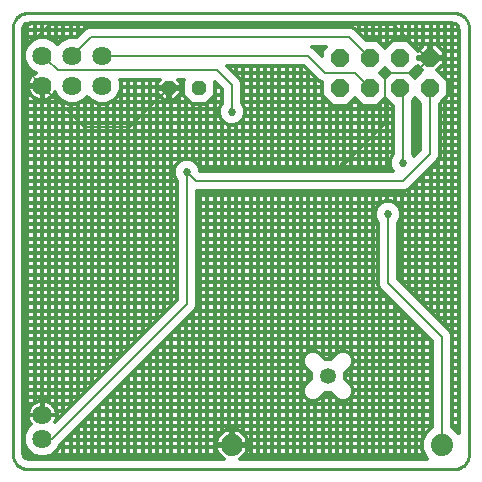
<source format=gbl>
G75*
%MOIN*%
%OFA0B0*%
%FSLAX24Y24*%
%IPPOS*%
%LPD*%
%AMOC8*
5,1,8,0,0,1.08239X$1,22.5*
%
%ADD10C,0.0098*%
%ADD11C,0.0100*%
%ADD12C,0.0640*%
%ADD13OC8,0.0600*%
%ADD14C,0.0740*%
%ADD15OC8,0.0480*%
%ADD16C,0.0531*%
%ADD17C,0.0120*%
%ADD18C,0.0060*%
%ADD19C,0.0270*%
D10*
X001077Y000600D02*
X015277Y000600D01*
X015777Y001100D02*
X015777Y015300D01*
X015277Y015800D02*
X001077Y015800D01*
X000577Y015300D02*
X000577Y001100D01*
X000579Y001056D01*
X000585Y001013D01*
X000594Y000971D01*
X000607Y000929D01*
X000624Y000889D01*
X000644Y000850D01*
X000667Y000813D01*
X000694Y000779D01*
X000723Y000746D01*
X000756Y000717D01*
X000790Y000690D01*
X000827Y000667D01*
X000866Y000647D01*
X000906Y000630D01*
X000948Y000617D01*
X000990Y000608D01*
X001033Y000602D01*
X001077Y000600D01*
D11*
X015277Y000600D02*
X015321Y000602D01*
X015364Y000608D01*
X015406Y000617D01*
X015448Y000630D01*
X015488Y000647D01*
X015527Y000667D01*
X015564Y000690D01*
X015598Y000717D01*
X015631Y000746D01*
X015660Y000779D01*
X015687Y000813D01*
X015710Y000850D01*
X015730Y000889D01*
X015747Y000929D01*
X015760Y000971D01*
X015769Y001013D01*
X015775Y001056D01*
X015777Y001100D01*
X015777Y015300D02*
X015775Y015344D01*
X015769Y015387D01*
X015760Y015429D01*
X015747Y015471D01*
X015730Y015511D01*
X015710Y015550D01*
X015687Y015587D01*
X015660Y015621D01*
X015631Y015654D01*
X015598Y015683D01*
X015564Y015710D01*
X015527Y015733D01*
X015488Y015753D01*
X015448Y015770D01*
X015406Y015783D01*
X015364Y015792D01*
X015321Y015798D01*
X015277Y015800D01*
X001077Y015800D02*
X001033Y015798D01*
X000990Y015792D01*
X000948Y015783D01*
X000906Y015770D01*
X000866Y015753D01*
X000827Y015733D01*
X000790Y015710D01*
X000756Y015683D01*
X000723Y015654D01*
X000694Y015621D01*
X000667Y015587D01*
X000644Y015550D01*
X000624Y015511D01*
X000607Y015471D01*
X000594Y015429D01*
X000585Y015387D01*
X000579Y015344D01*
X000577Y015300D01*
D12*
X001557Y014379D03*
X002557Y014379D03*
X003557Y014379D03*
X003557Y013379D03*
X002557Y013379D03*
X001557Y013379D03*
X001560Y002394D03*
X001560Y001606D03*
D13*
X011477Y013300D03*
X012477Y013300D03*
X013477Y013300D03*
X014477Y013300D03*
X014477Y014300D03*
X013477Y014300D03*
X012477Y014300D03*
X011477Y014300D03*
D14*
X014877Y001400D03*
X007877Y001400D03*
D15*
X006777Y013300D03*
X005777Y013300D03*
D16*
X011077Y003700D03*
D17*
X010511Y003720D02*
X004464Y003720D01*
X004417Y003673D02*
X004417Y000949D01*
X004177Y000949D02*
X004177Y003433D01*
X004224Y003480D02*
X010376Y003480D01*
X010417Y003521D02*
X010417Y003879D01*
X010336Y003960D02*
X004704Y003960D01*
X004657Y003913D02*
X004657Y000949D01*
X004897Y000949D02*
X004897Y004153D01*
X004944Y004200D02*
X010245Y004200D01*
X010245Y004260D02*
X010245Y004124D01*
X010296Y004000D01*
X010511Y003785D01*
X010511Y003615D01*
X010296Y003400D01*
X010245Y003276D01*
X010245Y003140D01*
X010296Y003015D01*
X010392Y002920D01*
X010517Y002868D01*
X010652Y002868D01*
X010777Y002920D01*
X010992Y003134D01*
X011162Y003134D01*
X011376Y002920D01*
X011501Y002868D01*
X011637Y002868D01*
X011762Y002920D01*
X011857Y003015D01*
X011857Y000949D01*
X012097Y000949D02*
X012097Y009870D01*
X011857Y009870D02*
X011857Y004385D01*
X011762Y004480D01*
X011637Y004532D01*
X011501Y004532D01*
X011376Y004480D01*
X011162Y004266D01*
X010992Y004266D01*
X010777Y004480D01*
X010652Y004532D01*
X010517Y004532D01*
X010392Y004480D01*
X010296Y004385D01*
X010245Y004260D01*
X010352Y004440D02*
X005184Y004440D01*
X005137Y004393D02*
X005137Y000949D01*
X005377Y000949D02*
X005377Y004633D01*
X005424Y004680D02*
X014547Y004680D01*
X014547Y004863D02*
X014547Y001989D01*
X014497Y001968D01*
X014309Y001780D01*
X014207Y001533D01*
X014207Y001267D01*
X014309Y001020D01*
X014380Y000949D01*
X008158Y000949D01*
X008222Y000996D01*
X008281Y001055D01*
X008330Y001122D01*
X008368Y001197D01*
X008394Y001276D01*
X008407Y001358D01*
X008407Y001360D01*
X007917Y001360D01*
X007917Y001440D01*
X008407Y001440D01*
X008407Y001442D01*
X008394Y001524D01*
X008368Y001603D01*
X008330Y001678D01*
X008281Y001745D01*
X008222Y001804D01*
X008155Y001853D01*
X008080Y001891D01*
X008001Y001917D01*
X007919Y001930D01*
X007917Y001930D01*
X007917Y001440D01*
X007837Y001440D01*
X007837Y001930D01*
X007835Y001930D01*
X007753Y001917D01*
X007673Y001891D01*
X007599Y001853D01*
X007532Y001804D01*
X007473Y001745D01*
X007424Y001678D01*
X007386Y001603D01*
X007360Y001524D01*
X007347Y001442D01*
X007347Y001440D01*
X007837Y001440D01*
X007837Y001360D01*
X007347Y001360D01*
X007347Y001358D01*
X007360Y001276D01*
X007386Y001197D01*
X007424Y001122D01*
X007473Y001055D01*
X007532Y000996D01*
X007596Y000949D01*
X001077Y000949D01*
X001047Y000952D01*
X000993Y000975D01*
X000951Y001016D01*
X000929Y001071D01*
X000926Y001100D01*
X000926Y015228D01*
X000927Y015230D01*
X000927Y015300D01*
X000930Y015329D01*
X000952Y015383D01*
X000994Y015425D01*
X001048Y015447D01*
X001077Y015450D01*
X001146Y015450D01*
X001148Y015451D01*
X015205Y015451D01*
X015207Y015450D01*
X015277Y015450D01*
X015306Y015447D01*
X015360Y015425D01*
X015402Y015383D01*
X015424Y015329D01*
X015427Y015300D01*
X015427Y015230D01*
X015428Y015228D01*
X015428Y001797D01*
X015256Y001968D01*
X015207Y001989D01*
X015207Y005066D01*
X015157Y005187D01*
X013407Y006937D01*
X013407Y008815D01*
X013446Y008854D01*
X013512Y009013D01*
X013512Y009187D01*
X013446Y009346D01*
X013323Y009469D01*
X013163Y009535D01*
X012990Y009535D01*
X012830Y009469D01*
X012708Y009346D01*
X012642Y009187D01*
X012642Y009013D01*
X012708Y008854D01*
X012747Y008815D01*
X012747Y006734D01*
X012797Y006613D01*
X012890Y006520D01*
X014547Y004863D01*
X014497Y004913D02*
X014497Y001968D01*
X014547Y002040D02*
X002784Y002040D01*
X002737Y001993D02*
X002737Y000949D01*
X002497Y000949D02*
X002497Y001753D01*
X002544Y001800D02*
X007527Y001800D01*
X007537Y001808D02*
X007537Y009870D01*
X007777Y009870D02*
X007777Y001921D01*
X007837Y001800D02*
X007917Y001800D01*
X008017Y001912D02*
X008017Y009870D01*
X008257Y009870D02*
X008257Y001770D01*
X008226Y001800D02*
X014329Y001800D01*
X014257Y001654D02*
X014257Y005153D01*
X014250Y005160D02*
X005904Y005160D01*
X005857Y005113D02*
X005857Y000949D01*
X005617Y000949D02*
X005617Y004873D01*
X005664Y004920D02*
X014490Y004920D01*
X014547Y004440D02*
X011802Y004440D01*
X011857Y004385D02*
X011909Y004260D01*
X011909Y004124D01*
X011857Y004000D01*
X011643Y003785D01*
X011643Y003615D01*
X011857Y003400D01*
X011909Y003276D01*
X011909Y003140D01*
X011857Y003015D01*
X011842Y003000D02*
X014547Y003000D01*
X014547Y002760D02*
X003504Y002760D01*
X003457Y002713D02*
X003457Y000949D01*
X003697Y000949D02*
X003697Y002953D01*
X003744Y003000D02*
X010312Y003000D01*
X010417Y002909D02*
X010417Y000949D01*
X010177Y000949D02*
X010177Y009870D01*
X010417Y009870D02*
X010417Y004491D01*
X010657Y004530D02*
X010657Y009870D01*
X010897Y009870D02*
X010897Y004361D01*
X010818Y004440D02*
X011336Y004440D01*
X011377Y004481D02*
X011377Y009870D01*
X011617Y009870D02*
X011617Y004532D01*
X011909Y004200D02*
X014547Y004200D01*
X014547Y003960D02*
X011818Y003960D01*
X011857Y003999D02*
X011857Y003401D01*
X011778Y003480D02*
X014547Y003480D01*
X014547Y003240D02*
X011909Y003240D01*
X011617Y002868D02*
X011617Y000949D01*
X011377Y000949D02*
X011377Y002919D01*
X011296Y003000D02*
X010858Y003000D01*
X010897Y003039D02*
X010897Y000949D01*
X010657Y000949D02*
X010657Y002870D01*
X011137Y003134D02*
X011137Y000949D01*
X012337Y000949D02*
X012337Y009870D01*
X012577Y009870D02*
X012577Y000949D01*
X012817Y000949D02*
X012817Y006593D01*
X012810Y006600D02*
X006707Y006600D01*
X006707Y006840D02*
X012747Y006840D01*
X012747Y007080D02*
X006707Y007080D01*
X006707Y007320D02*
X012747Y007320D01*
X012747Y007560D02*
X006707Y007560D01*
X006707Y007800D02*
X012747Y007800D01*
X012747Y008040D02*
X006707Y008040D01*
X006707Y008280D02*
X012747Y008280D01*
X012747Y008520D02*
X006707Y008520D01*
X006707Y008760D02*
X012747Y008760D01*
X012647Y009000D02*
X006707Y009000D01*
X006707Y009240D02*
X012664Y009240D01*
X012817Y009455D02*
X012817Y009870D01*
X013057Y009870D02*
X013057Y009535D01*
X012858Y009480D02*
X006707Y009480D01*
X006707Y009720D02*
X015428Y009720D01*
X015428Y009480D02*
X013296Y009480D01*
X013297Y009480D02*
X013297Y009870D01*
X013537Y009870D02*
X013537Y006807D01*
X013504Y006840D02*
X015428Y006840D01*
X015428Y006600D02*
X013744Y006600D01*
X013777Y006567D02*
X013777Y009933D01*
X013764Y009920D02*
X013857Y010013D01*
X014757Y010913D01*
X014807Y011034D01*
X014807Y012781D01*
X015077Y013051D01*
X015077Y013549D01*
X014726Y013899D01*
X014937Y014109D01*
X014937Y014260D01*
X014517Y014260D01*
X014517Y014340D01*
X014937Y014340D01*
X014937Y014491D01*
X014667Y014760D01*
X014517Y014760D01*
X014517Y014340D01*
X014437Y014340D01*
X014437Y014760D01*
X014286Y014760D01*
X014076Y014550D01*
X013725Y014900D01*
X013228Y014900D01*
X012977Y014649D01*
X012725Y014900D01*
X012344Y014900D01*
X011964Y015280D01*
X011842Y015330D01*
X003111Y015330D01*
X002990Y015280D01*
X002897Y015187D01*
X002701Y014990D01*
X002680Y014999D01*
X002434Y014999D01*
X002206Y014904D01*
X002057Y014756D01*
X001908Y014904D01*
X001680Y014999D01*
X001434Y014999D01*
X001206Y014904D01*
X001032Y014730D01*
X000937Y014502D01*
X000937Y014255D01*
X001032Y014028D01*
X001206Y013853D01*
X001330Y013802D01*
X001306Y013789D01*
X001244Y013745D01*
X001191Y013691D01*
X001147Y013630D01*
X001112Y013563D01*
X001089Y013491D01*
X001077Y013417D01*
X001077Y013407D01*
X001529Y013407D01*
X001529Y013350D01*
X001586Y013350D01*
X001586Y012899D01*
X001595Y012899D01*
X001670Y012911D01*
X001741Y012934D01*
X001809Y012968D01*
X001870Y013013D01*
X001923Y013066D01*
X001968Y013127D01*
X001980Y013152D01*
X002032Y013028D01*
X002206Y012853D01*
X002434Y012759D01*
X002680Y012759D01*
X002908Y012853D01*
X003057Y013002D01*
X003206Y012853D01*
X003434Y012759D01*
X003680Y012759D01*
X003908Y012853D01*
X004083Y013028D01*
X004177Y013255D01*
X004177Y004367D01*
X004250Y004440D02*
X000926Y004440D01*
X000926Y004200D02*
X004010Y004200D01*
X003937Y004127D02*
X003937Y012882D01*
X003877Y012840D02*
X006473Y012840D01*
X006553Y012760D02*
X007001Y012760D01*
X007317Y013076D01*
X007317Y013493D01*
X007547Y013263D01*
X007547Y012785D01*
X007508Y012746D01*
X007442Y012587D01*
X007442Y012413D01*
X007508Y012254D01*
X007630Y012131D01*
X007790Y012065D01*
X007963Y012065D01*
X008123Y012131D01*
X008246Y012254D01*
X008312Y012413D01*
X008312Y012587D01*
X008246Y012746D01*
X008207Y012785D01*
X008207Y013466D01*
X008157Y013587D01*
X007695Y014049D01*
X010261Y014049D01*
X010697Y013613D01*
X010790Y013520D01*
X010877Y013484D01*
X010877Y013051D01*
X011228Y012700D01*
X011725Y012700D01*
X011977Y012951D01*
X012228Y012700D01*
X012725Y012700D01*
X012977Y012951D01*
X013228Y012700D01*
X013247Y012700D01*
X013247Y011085D01*
X013208Y011046D01*
X013142Y010887D01*
X013142Y010713D01*
X013208Y010554D01*
X013232Y010530D01*
X006814Y010530D01*
X006812Y010532D01*
X006812Y010587D01*
X006746Y010746D01*
X006623Y010869D01*
X006463Y010935D01*
X006290Y010935D01*
X006130Y010869D01*
X006008Y010746D01*
X005942Y010587D01*
X005942Y010413D01*
X006008Y010254D01*
X006047Y010215D01*
X006047Y006237D01*
X001990Y002180D01*
X002005Y002209D01*
X002028Y002281D01*
X002040Y002356D01*
X002040Y002385D01*
X001569Y002385D01*
X001569Y002403D01*
X001551Y002403D01*
X001551Y002874D01*
X001523Y002874D01*
X001448Y002862D01*
X001376Y002839D01*
X001309Y002804D01*
X001248Y002760D01*
X000926Y002760D01*
X000926Y003000D02*
X002810Y003000D01*
X002737Y002927D02*
X002737Y012782D01*
X002877Y012840D02*
X003238Y012840D01*
X003217Y012849D02*
X003217Y003407D01*
X003290Y003480D02*
X000926Y003480D01*
X000926Y003240D02*
X003050Y003240D01*
X002977Y003167D02*
X002977Y012922D01*
X003457Y012759D02*
X003457Y003647D01*
X003530Y003720D02*
X000926Y003720D01*
X000926Y003960D02*
X003770Y003960D01*
X003697Y003887D02*
X003697Y012766D01*
X004105Y013080D02*
X005431Y013080D01*
X005377Y013134D02*
X005377Y013280D01*
X005377Y013320D01*
X004177Y013320D01*
X004177Y013255D02*
X004177Y013502D01*
X004149Y013570D01*
X005481Y013570D01*
X005377Y013466D01*
X005377Y013570D01*
X005471Y013560D02*
X004153Y013560D01*
X004177Y013570D02*
X004177Y013503D01*
X004417Y013570D02*
X004417Y004607D01*
X004490Y004680D02*
X000926Y004680D01*
X000926Y004920D02*
X004730Y004920D01*
X004657Y004847D02*
X004657Y013570D01*
X004897Y013570D02*
X004897Y005087D01*
X004970Y005160D02*
X000926Y005160D01*
X000926Y005400D02*
X005210Y005400D01*
X005137Y005327D02*
X005137Y013570D01*
X005377Y013466D02*
X005377Y013320D01*
X005757Y013320D01*
X005757Y013280D01*
X005797Y013280D01*
X005797Y013320D01*
X006177Y013320D01*
X006237Y013320D01*
X006177Y013320D02*
X006177Y013466D01*
X006073Y013570D01*
X006283Y013570D01*
X006237Y013524D01*
X006237Y013076D01*
X006553Y012760D01*
X006577Y012760D02*
X006577Y010888D01*
X006500Y010920D02*
X013156Y010920D01*
X013247Y011160D02*
X000926Y011160D01*
X000926Y010920D02*
X006254Y010920D01*
X006337Y010935D02*
X006337Y012976D01*
X006237Y013080D02*
X006123Y013080D01*
X006097Y013054D02*
X006097Y010835D01*
X005981Y010680D02*
X000926Y010680D01*
X000926Y010440D02*
X005942Y010440D01*
X006047Y010200D02*
X000926Y010200D01*
X000926Y009960D02*
X006047Y009960D01*
X006047Y009720D02*
X000926Y009720D01*
X000926Y009480D02*
X006047Y009480D01*
X006047Y009240D02*
X000926Y009240D01*
X000926Y009000D02*
X006047Y009000D01*
X006047Y008760D02*
X000926Y008760D01*
X000926Y008520D02*
X006047Y008520D01*
X006047Y008280D02*
X000926Y008280D01*
X000926Y008040D02*
X006047Y008040D01*
X006047Y007800D02*
X000926Y007800D01*
X000926Y007560D02*
X006047Y007560D01*
X006047Y007320D02*
X000926Y007320D01*
X000926Y007080D02*
X006047Y007080D01*
X006047Y006840D02*
X000926Y006840D01*
X000926Y006600D02*
X006047Y006600D01*
X006047Y006360D02*
X000926Y006360D01*
X000926Y006120D02*
X005930Y006120D01*
X005857Y006047D02*
X005857Y012900D01*
X005797Y012900D02*
X005943Y012900D01*
X006177Y013134D01*
X006177Y013280D01*
X005797Y013280D01*
X005797Y012900D01*
X005757Y012900D02*
X005757Y013280D01*
X005377Y013280D01*
X005377Y013134D02*
X005377Y005567D01*
X005450Y005640D02*
X000926Y005640D01*
X000926Y005880D02*
X005690Y005880D01*
X005617Y005807D02*
X005617Y012900D01*
X005611Y012900D02*
X005757Y012900D01*
X005611Y012900D02*
X005377Y013134D01*
X005617Y013280D02*
X005617Y013320D01*
X005857Y013320D02*
X005857Y013280D01*
X005797Y013080D02*
X005757Y013080D01*
X006097Y013280D02*
X006097Y013320D01*
X006097Y013546D02*
X006097Y013570D01*
X006083Y013560D02*
X006273Y013560D01*
X006817Y012760D02*
X006817Y010530D01*
X006773Y010680D02*
X013156Y010680D01*
X013057Y010530D02*
X013057Y012871D01*
X013088Y012840D02*
X012865Y012840D01*
X012817Y012791D02*
X012817Y010530D01*
X012577Y010530D02*
X012577Y012700D01*
X012337Y012700D02*
X012337Y010530D01*
X012097Y010530D02*
X012097Y012831D01*
X012088Y012840D02*
X011865Y012840D01*
X011857Y012831D02*
X011857Y010530D01*
X011617Y010530D02*
X011617Y012700D01*
X011377Y012700D02*
X011377Y010530D01*
X011137Y010530D02*
X011137Y012791D01*
X011088Y012840D02*
X008207Y012840D01*
X008257Y012719D02*
X008257Y014049D01*
X008497Y014049D02*
X008497Y010530D01*
X008257Y010530D02*
X008257Y012281D01*
X008290Y012360D02*
X013247Y012360D01*
X013247Y012120D02*
X008096Y012120D01*
X008017Y012087D02*
X008017Y010530D01*
X007777Y010530D02*
X007777Y012071D01*
X007658Y012120D02*
X000926Y012120D01*
X000926Y012360D02*
X007464Y012360D01*
X007537Y012225D02*
X007537Y010530D01*
X007297Y010530D02*
X007297Y013056D01*
X007317Y013080D02*
X007547Y013080D01*
X007537Y013273D02*
X007537Y012775D01*
X007547Y012840D02*
X007081Y012840D01*
X007057Y012816D02*
X007057Y010530D01*
X007057Y009870D02*
X007057Y000949D01*
X007297Y000949D02*
X007297Y009870D01*
X006817Y009870D02*
X006817Y000949D01*
X006577Y000949D02*
X006577Y005833D01*
X006564Y005820D02*
X006657Y005913D01*
X006707Y006034D01*
X006707Y009870D01*
X013642Y009870D01*
X013764Y009920D01*
X013804Y009960D02*
X015428Y009960D01*
X015428Y010200D02*
X014044Y010200D01*
X014017Y010173D02*
X014017Y006327D01*
X013984Y006360D02*
X015428Y006360D01*
X015428Y006120D02*
X014224Y006120D01*
X014257Y006087D02*
X014257Y010413D01*
X014284Y010440D02*
X015428Y010440D01*
X015428Y010680D02*
X014524Y010680D01*
X014497Y010653D02*
X014497Y005847D01*
X014464Y005880D02*
X015428Y005880D01*
X015428Y005640D02*
X014704Y005640D01*
X014737Y005607D02*
X014737Y010893D01*
X014759Y010920D02*
X015428Y010920D01*
X015428Y011160D02*
X014807Y011160D01*
X014807Y011400D02*
X015428Y011400D01*
X015428Y011640D02*
X014807Y011640D01*
X014807Y011880D02*
X015428Y011880D01*
X015428Y012120D02*
X014807Y012120D01*
X014807Y012360D02*
X015428Y012360D01*
X015428Y012600D02*
X014807Y012600D01*
X014865Y012840D02*
X015428Y012840D01*
X015428Y013080D02*
X015077Y013080D01*
X014977Y012951D02*
X014977Y005367D01*
X014944Y005400D02*
X015428Y005400D01*
X015428Y005160D02*
X015168Y005160D01*
X015207Y004920D02*
X015428Y004920D01*
X015428Y004680D02*
X015207Y004680D01*
X015207Y004440D02*
X015428Y004440D01*
X015428Y004200D02*
X015207Y004200D01*
X015207Y003960D02*
X015428Y003960D01*
X015428Y003720D02*
X015207Y003720D01*
X015207Y003480D02*
X015428Y003480D01*
X015428Y003240D02*
X015207Y003240D01*
X015207Y003000D02*
X015428Y003000D01*
X015428Y002760D02*
X015207Y002760D01*
X015207Y002520D02*
X015428Y002520D01*
X015428Y002280D02*
X015207Y002280D01*
X015207Y002040D02*
X015428Y002040D01*
X015424Y001800D02*
X015428Y001800D01*
X015217Y001984D02*
X015217Y015450D01*
X014977Y015451D02*
X014977Y013649D01*
X015065Y013560D02*
X015428Y013560D01*
X015428Y013800D02*
X014825Y013800D01*
X014737Y013889D02*
X014737Y013909D01*
X014867Y014040D02*
X015428Y014040D01*
X015428Y014280D02*
X014517Y014280D01*
X014497Y014340D02*
X014497Y015451D01*
X014257Y015451D02*
X014257Y014731D01*
X014437Y014520D02*
X014517Y014520D01*
X014437Y014340D02*
X014077Y014340D01*
X014077Y014260D01*
X014437Y014260D01*
X014437Y014340D01*
X014437Y014280D02*
X014077Y014280D01*
X014076Y014050D02*
X013825Y013800D01*
X014128Y013800D01*
X014227Y013899D02*
X013977Y013649D01*
X013825Y013800D01*
X014017Y013689D02*
X014017Y013991D01*
X014065Y014040D02*
X014086Y014040D01*
X014076Y014050D02*
X014227Y013899D01*
X014257Y014260D02*
X014257Y014340D01*
X014017Y014609D02*
X014017Y015451D01*
X013777Y015451D02*
X013777Y014849D01*
X013865Y014760D02*
X015428Y014760D01*
X015428Y014520D02*
X014907Y014520D01*
X014737Y014691D02*
X014737Y015451D01*
X015427Y015240D02*
X012004Y015240D01*
X012097Y015147D02*
X012097Y015451D01*
X011857Y015451D02*
X011857Y015324D01*
X011617Y015330D02*
X011617Y015451D01*
X011377Y015451D02*
X011377Y015330D01*
X011137Y015330D02*
X011137Y015451D01*
X010897Y015451D02*
X010897Y015330D01*
X010657Y015330D02*
X010657Y015451D01*
X010417Y015451D02*
X010417Y015330D01*
X010177Y015330D02*
X010177Y015451D01*
X009937Y015451D02*
X009937Y015330D01*
X009697Y015330D02*
X009697Y015451D01*
X009457Y015451D02*
X009457Y015330D01*
X009217Y015330D02*
X009217Y015451D01*
X008977Y015451D02*
X008977Y015330D01*
X008737Y015330D02*
X008737Y015451D01*
X008497Y015451D02*
X008497Y015330D01*
X008257Y015330D02*
X008257Y015451D01*
X008017Y015451D02*
X008017Y015330D01*
X007777Y015330D02*
X007777Y015451D01*
X007537Y015451D02*
X007537Y015330D01*
X007297Y015330D02*
X007297Y015451D01*
X007057Y015451D02*
X007057Y015330D01*
X006817Y015330D02*
X006817Y015451D01*
X006577Y015451D02*
X006577Y015330D01*
X006337Y015330D02*
X006337Y015451D01*
X006097Y015451D02*
X006097Y015330D01*
X005857Y015330D02*
X005857Y015451D01*
X005617Y015451D02*
X005617Y015330D01*
X005377Y015330D02*
X005377Y015451D01*
X005137Y015451D02*
X005137Y015330D01*
X004897Y015330D02*
X004897Y015451D01*
X004657Y015451D02*
X004657Y015330D01*
X004417Y015330D02*
X004417Y015451D01*
X004177Y015451D02*
X004177Y015330D01*
X003937Y015330D02*
X003937Y015451D01*
X003697Y015451D02*
X003697Y015330D01*
X003457Y015330D02*
X003457Y015451D01*
X003217Y015451D02*
X003217Y015330D01*
X002977Y015267D02*
X002977Y015451D01*
X002950Y015240D02*
X000927Y015240D01*
X000926Y015000D02*
X002710Y015000D01*
X002737Y015027D02*
X002737Y015451D01*
X002497Y015451D02*
X002497Y014999D01*
X002257Y014925D02*
X002257Y015451D01*
X002017Y015451D02*
X002017Y014796D01*
X002053Y014760D02*
X002062Y014760D01*
X001777Y014959D02*
X001777Y015451D01*
X001537Y015451D02*
X001537Y014999D01*
X001297Y014942D02*
X001297Y015451D01*
X001057Y015448D02*
X001057Y014755D01*
X001062Y014760D02*
X000926Y014760D01*
X000926Y014520D02*
X000945Y014520D01*
X000926Y014280D02*
X000937Y014280D01*
X000926Y014040D02*
X001026Y014040D01*
X001057Y014002D02*
X001057Y001980D01*
X001035Y001958D02*
X000940Y001730D01*
X000940Y001483D01*
X001035Y001255D01*
X001209Y001081D01*
X001437Y000986D01*
X001684Y000986D01*
X001912Y001081D01*
X002086Y001255D01*
X002148Y001404D01*
X006564Y005820D01*
X006624Y005880D02*
X013530Y005880D01*
X013537Y005873D02*
X013537Y000949D01*
X013297Y000949D02*
X013297Y006113D01*
X013290Y006120D02*
X006707Y006120D01*
X006707Y006360D02*
X013050Y006360D01*
X013057Y006353D02*
X013057Y000949D01*
X013777Y000949D02*
X013777Y005633D01*
X013770Y005640D02*
X006384Y005640D01*
X006337Y005593D02*
X006337Y000949D01*
X006097Y000949D02*
X006097Y005353D01*
X006144Y005400D02*
X014010Y005400D01*
X014017Y005393D02*
X014017Y000949D01*
X014257Y000949D02*
X014257Y001146D01*
X014284Y001080D02*
X008299Y001080D01*
X008257Y001030D02*
X008257Y000949D01*
X008497Y000949D02*
X008497Y009870D01*
X008737Y009870D02*
X008737Y000949D01*
X008977Y000949D02*
X008977Y009870D01*
X009217Y009870D02*
X009217Y000949D01*
X009457Y000949D02*
X009457Y009870D01*
X009697Y009870D02*
X009697Y000949D01*
X009937Y000949D02*
X009937Y009870D01*
X009937Y010530D02*
X009937Y014049D01*
X009697Y014049D02*
X009697Y010530D01*
X009457Y010530D02*
X009457Y014049D01*
X009217Y014049D02*
X009217Y010530D01*
X008977Y010530D02*
X008977Y014049D01*
X008737Y014049D02*
X008737Y010530D01*
X010177Y010530D02*
X010177Y014049D01*
X010270Y014040D02*
X007704Y014040D01*
X007777Y014049D02*
X007777Y013967D01*
X007944Y013800D02*
X010510Y013800D01*
X010417Y013893D02*
X010417Y010530D01*
X010657Y010530D02*
X010657Y013653D01*
X010750Y013560D02*
X008168Y013560D01*
X008017Y013727D02*
X008017Y014049D01*
X008207Y013320D02*
X010877Y013320D01*
X010877Y013080D02*
X008207Y013080D01*
X008306Y012600D02*
X013247Y012600D01*
X013907Y012600D02*
X014147Y012600D01*
X014147Y012781D02*
X014147Y011237D01*
X013949Y011039D01*
X013946Y011046D01*
X013907Y011085D01*
X013907Y012881D01*
X013977Y012951D01*
X014147Y012781D01*
X014088Y012840D02*
X013907Y012840D01*
X014017Y012911D02*
X014017Y011107D01*
X014070Y011160D02*
X013907Y011160D01*
X013907Y011400D02*
X014147Y011400D01*
X014147Y011640D02*
X013907Y011640D01*
X013907Y011880D02*
X014147Y011880D01*
X014147Y012120D02*
X013907Y012120D01*
X013907Y012360D02*
X014147Y012360D01*
X013247Y011880D02*
X000926Y011880D01*
X000926Y011640D02*
X013247Y011640D01*
X013247Y011400D02*
X000926Y011400D01*
X000926Y012600D02*
X007447Y012600D01*
X007490Y013320D02*
X007317Y013320D01*
X010557Y014670D02*
X010998Y014670D01*
X010877Y014549D01*
X010877Y014367D01*
X010585Y014658D01*
X010557Y014670D01*
X010657Y014670D02*
X010657Y014587D01*
X010724Y014520D02*
X010877Y014520D01*
X010897Y014569D02*
X010897Y014670D01*
X012244Y015000D02*
X015428Y015000D01*
X014737Y014340D02*
X014737Y014260D01*
X015077Y013320D02*
X015428Y013320D01*
X013537Y014900D02*
X013537Y015451D01*
X013297Y015451D02*
X013297Y014900D01*
X013088Y014760D02*
X012865Y014760D01*
X012817Y014809D02*
X012817Y015451D01*
X013057Y015451D02*
X013057Y014729D01*
X012577Y014900D02*
X012577Y015451D01*
X012337Y015451D02*
X012337Y014907D01*
X012977Y013951D02*
X012825Y013800D01*
X013128Y013800D01*
X012977Y013649D01*
X012825Y013800D01*
X012977Y013951D02*
X013128Y013800D01*
X013057Y013729D02*
X013057Y013871D01*
X010897Y013031D02*
X010897Y010530D01*
X011137Y009870D02*
X011137Y004266D01*
X011643Y003720D02*
X014547Y003720D01*
X014547Y002520D02*
X003264Y002520D01*
X003217Y002473D02*
X003217Y000949D01*
X002977Y000949D02*
X002977Y002233D01*
X003024Y002280D02*
X014547Y002280D01*
X014218Y001560D02*
X008382Y001560D01*
X008257Y001440D02*
X008257Y001360D01*
X008401Y001320D02*
X014207Y001320D01*
X010245Y003240D02*
X003984Y003240D01*
X003937Y003193D02*
X003937Y000949D01*
X002304Y001560D02*
X007372Y001560D01*
X007537Y001440D02*
X007537Y001360D01*
X007777Y001360D02*
X007777Y001440D01*
X007837Y001560D02*
X007917Y001560D01*
X008017Y001440D02*
X008017Y001360D01*
X007537Y000992D02*
X007537Y000949D01*
X007454Y001080D02*
X001910Y001080D01*
X001777Y001025D02*
X001777Y000949D01*
X001537Y000949D02*
X001537Y000986D01*
X001297Y000949D02*
X001297Y001044D01*
X001211Y001080D02*
X000928Y001080D01*
X001057Y000951D02*
X001057Y001233D01*
X001008Y001320D02*
X000926Y001320D01*
X000926Y001560D02*
X000940Y001560D01*
X000926Y001800D02*
X000969Y001800D01*
X001035Y001958D02*
X001179Y002102D01*
X001150Y002142D01*
X001115Y002209D01*
X001092Y002281D01*
X001080Y002356D01*
X001080Y002385D01*
X001551Y002385D01*
X001551Y002403D01*
X001080Y002403D01*
X001080Y002431D01*
X001092Y002506D01*
X001115Y002578D01*
X001150Y002645D01*
X001194Y002706D01*
X001248Y002760D01*
X001297Y002796D02*
X001297Y012975D01*
X001306Y012968D02*
X001373Y012934D01*
X001445Y012911D01*
X001519Y012899D01*
X001529Y012899D01*
X001529Y013350D01*
X001077Y013350D01*
X001077Y013341D01*
X001089Y013266D01*
X001112Y013194D01*
X001147Y013127D01*
X001191Y013066D01*
X001244Y013013D01*
X001306Y012968D01*
X001181Y013080D02*
X000926Y013080D01*
X000926Y013320D02*
X001080Y013320D01*
X001297Y013350D02*
X001297Y013407D01*
X001111Y013560D02*
X000926Y013560D01*
X000926Y013800D02*
X001327Y013800D01*
X001297Y013815D02*
X001297Y013783D01*
X001537Y013350D02*
X001537Y002874D01*
X001569Y002874D02*
X001569Y002403D01*
X002040Y002403D01*
X002040Y002431D01*
X002028Y002506D01*
X002005Y002578D01*
X001971Y002645D01*
X001926Y002706D01*
X001873Y002760D01*
X001812Y002804D01*
X001745Y002839D01*
X001673Y002862D01*
X001598Y002874D01*
X001569Y002874D01*
X001569Y002760D02*
X001551Y002760D01*
X001777Y002822D02*
X001777Y012952D01*
X001933Y013080D02*
X002010Y013080D01*
X002017Y013063D02*
X002017Y002542D01*
X002024Y002520D02*
X002330Y002520D01*
X002257Y002447D02*
X002257Y012832D01*
X002238Y012840D02*
X000926Y012840D01*
X001529Y013080D02*
X001586Y013080D01*
X001586Y013320D02*
X001529Y013320D01*
X002497Y012759D02*
X002497Y002687D01*
X002570Y002760D02*
X001873Y002760D01*
X001569Y002520D02*
X001551Y002520D01*
X001537Y002403D02*
X001537Y002385D01*
X001777Y002385D02*
X001777Y002403D01*
X002017Y002385D02*
X002017Y002403D01*
X002028Y002280D02*
X002090Y002280D01*
X002017Y002245D02*
X002017Y002207D01*
X002257Y001513D02*
X002257Y000949D01*
X002017Y000949D02*
X002017Y001186D01*
X002113Y001320D02*
X007353Y001320D01*
X001297Y002385D02*
X001297Y002403D01*
X001097Y002520D02*
X000926Y002520D01*
X000926Y002280D02*
X001093Y002280D01*
X001117Y002040D02*
X000926Y002040D01*
X013407Y007080D02*
X015428Y007080D01*
X015428Y007320D02*
X013407Y007320D01*
X013407Y007560D02*
X015428Y007560D01*
X015428Y007800D02*
X013407Y007800D01*
X013407Y008040D02*
X015428Y008040D01*
X015428Y008280D02*
X013407Y008280D01*
X013407Y008520D02*
X015428Y008520D01*
X015428Y008760D02*
X013407Y008760D01*
X013506Y009000D02*
X015428Y009000D01*
X015428Y009240D02*
X013490Y009240D01*
D18*
X013077Y009100D02*
X013077Y006800D01*
X014877Y005000D01*
X014877Y001400D01*
X006377Y006100D02*
X006377Y010500D01*
X006677Y010200D01*
X013577Y010200D01*
X014477Y011100D01*
X014477Y013300D01*
X013977Y013800D02*
X013177Y013800D01*
X012977Y013600D01*
X012977Y012100D01*
X011577Y010700D01*
X013577Y010800D02*
X013577Y013200D01*
X013477Y013300D01*
X013977Y013800D02*
X014377Y014200D01*
X014377Y014300D01*
X013277Y015400D01*
X001777Y015400D01*
X000977Y014600D01*
X000977Y013959D01*
X001557Y013379D01*
X002936Y012000D01*
X004477Y012000D01*
X005777Y013300D01*
X007377Y013900D02*
X002077Y013900D01*
X001727Y014250D01*
X001686Y014250D01*
X001557Y014379D01*
X002557Y014380D02*
X003177Y015000D01*
X011777Y015000D01*
X012477Y014300D01*
X011977Y013800D02*
X012477Y013300D01*
X011977Y013800D02*
X010977Y013800D01*
X010398Y014379D01*
X003557Y014379D01*
X002557Y014379D02*
X002557Y014380D01*
X007377Y013900D02*
X007877Y013400D01*
X007877Y012500D01*
X014377Y014300D02*
X014477Y014300D01*
X006377Y006100D02*
X001883Y001606D01*
X001560Y001606D01*
D19*
X006377Y010500D03*
X007877Y012500D03*
X011577Y010700D03*
X013077Y009100D03*
X013577Y010800D03*
M02*

</source>
